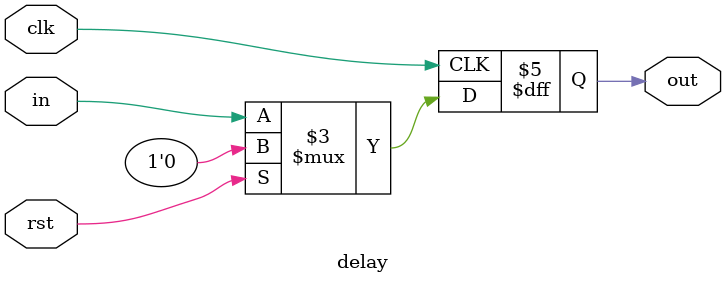
<source format=v>
`timescale 1ns / 1ps
module delay(
	input clk,
	input rst,
	input in,
	output reg out
    );

always @(posedge clk)
	if (rst)
		out <= 0;
	else
		out <= in;


endmodule

</source>
